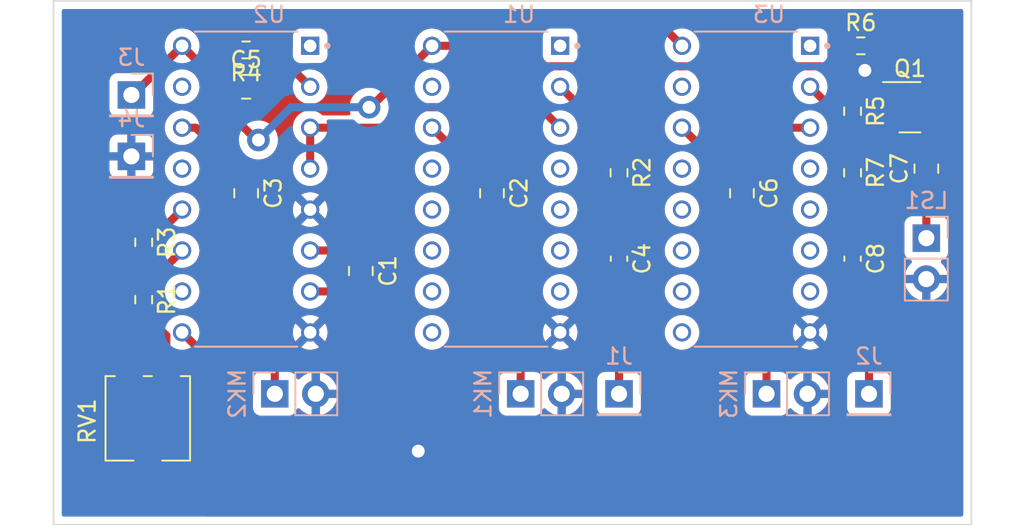
<source format=kicad_pcb>
(kicad_pcb (version 20211014) (generator pcbnew)
  (layers (0 "F.Cu" signal) (31 "B.Cu" signal) (34 "B.Paste" user) (35 "F.Paste" user) (36 "B.SilkS" user "B.Silkscreen") (37 "F.SilkS" user "F.Silkscreen") (38 "B.Mask" user) (39 "F.Mask" user) (44 "Edge.Cuts" user))
  (net 0 "")
  (net 1 "Net-(C1-Pad1)")
  (net 2 "Net-(C1-Pad2)")
  (net 3 "Net-(C2-Pad1)")
  (net 4 "Net-(C2-Pad2)")
  (net 5 "Net-(C3-Pad1)")
  (net 6 "Net-(C3-Pad2)")
  (net 7 "Net-(C4-Pad1)")
  (net 8 "GND")
  (net 9 "Net-(C5-Pad1)")
  (net 10 "Net-(C6-Pad1)")
  (net 11 "Net-(C6-Pad2)")
  (net 12 "Net-(C7-Pad1)")
  (net 13 "Net-(C7-Pad2)")
  (net 14 "Net-(C8-Pad1)")
  (net 15 "Net-(Q1-Pad2)")
  (net 16 "Net-(R1-Pad1)")
  (net 17 "Net-(R1-Pad2)")
  (net 18 "Net-(R2-Pad1)")
  (net 19 "Net-(R3-Pad1)")
  (net 20 "Net-(R4-Pad1)")
  (net 21 "Transmiter_signal")
  (net 22 "+5V")
  (net 23 "Net-(R7-Pad1)")
  (footprint "Resistor_SMD:R_0603_1608Metric" (layer "F.Cu") (at 124.714 68.072 -90)
    (fp_text reference "R7" (at 0 -1.43 90) (layer "F.SilkS"))
    (fp_text value "10k")
    (fp_line (start -0.237258 -0.5225) (end 0.237258 -0.5225) (layer "F.SilkS") (width 0.12))
    (fp_line (start -0.237258 0.5225) (end 0.237258 0.5225) (layer "F.SilkS") (width 0.12))
    (pad "1" smd roundrect (at -0.825 0 270) (size 0.8 0.95) (layers "F.Cu" "F.Paste" "F.Mask") (net 23 "Net-(R7-Pad1)"))
    (pad "2" smd roundrect (at 0.825 0 270) (size 0.8 0.95) (layers "F.Cu" "F.Paste" "F.Mask") (net 14 "Net-(C8-Pad1)"))
  )
  (footprint "Resistor_SMD:R_0603_1608Metric" (layer "F.Cu") (at 80.772 75.946 -90)
    (fp_text reference "R1" (at 0 -1.43 90) (layer "F.SilkS"))
    (fp_text value "10k")
    (fp_line (start -0.237258 -0.5225) (end 0.237258 -0.5225) (layer "F.SilkS") (width 0.12))
    (fp_line (start -0.237258 0.5225) (end 0.237258 0.5225) (layer "F.SilkS") (width 0.12))
    (pad "1" smd roundrect (at -0.825 0 270) (size 0.8 0.95) (layers "F.Cu" "F.Paste" "F.Mask") (net 16 "Net-(R1-Pad1)"))
    (pad "2" smd roundrect (at 0.825 0 270) (size 0.8 0.95) (layers "F.Cu" "F.Paste" "F.Mask") (net 17 "Net-(R1-Pad2)"))
  )
  (footprint "Capacitor_SMD:C_0805_2012Metric" (layer "F.Cu") (at 129.286 67.818 90)
    (fp_text reference "C7" (at 0 -1.68 90) (layer "F.SilkS"))
    (fp_text value "0.1u")
    (fp_line (start -0.261252 0.735) (end 0.261252 0.735) (layer "F.SilkS") (width 0.12))
    (fp_line (start -0.261252 -0.735) (end 0.261252 -0.735) (layer "F.SilkS") (width 0.12))
    (pad "1" smd roundrect (at -0.95 0 90) (size 1 1.45) (layers "F.Cu" "F.Paste" "F.Mask") (net 12 "Net-(C7-Pad1)"))
    (pad "2" smd roundrect (at 0.95 0 90) (size 1 1.45) (layers "F.Cu" "F.Paste" "F.Mask") (net 13 "Net-(C7-Pad2)"))
  )
  (footprint "Resistor_SMD:R_0603_1608Metric" (layer "F.Cu") (at 125.222 60.198)
    (fp_text reference "R6" (at 0 -1.43) (layer "F.SilkS"))
    (fp_text value "1k")
    (fp_line (start -0.237258 -0.5225) (end 0.237258 -0.5225) (layer "F.SilkS") (width 0.12))
    (fp_line (start -0.237258 0.5225) (end 0.237258 0.5225) (layer "F.SilkS") (width 0.12))
    (pad "1" smd roundrect (at -0.825 0) (size 0.8 0.95) (layers "F.Cu" "F.Paste" "F.Mask") (net 22 "+5V"))
    (pad "2" smd roundrect (at 0.825 0) (size 0.8 0.95) (layers "F.Cu" "F.Paste" "F.Mask") (net 13 "Net-(C7-Pad2)"))
  )
  (footprint "Capacitor_SMD:C_0805_2012Metric" (layer "F.Cu") (at 102.362 69.342 -90)
    (fp_text reference "C2" (at 0 -1.68 90) (layer "F.SilkS"))
    (fp_text value "0.1u")
    (fp_line (start -0.261252 0.735) (end 0.261252 0.735) (layer "F.SilkS") (width 0.12))
    (fp_line (start -0.261252 -0.735) (end 0.261252 -0.735) (layer "F.SilkS") (width 0.12))
    (pad "1" smd roundrect (at -0.95 0 270) (size 1 1.45) (layers "F.Cu" "F.Paste" "F.Mask") (net 3 "Net-(C2-Pad1)"))
    (pad "2" smd roundrect (at 0.95 0 270) (size 1 1.45) (layers "F.Cu" "F.Paste" "F.Mask") (net 4 "Net-(C2-Pad2)"))
  )
  (footprint "Capacitor_SMD:C_0805_2012Metric" (layer "F.Cu") (at 94.234 74.168 -90)
    (fp_text reference "C1" (at 0 -1.68 90) (layer "F.SilkS"))
    (fp_text value "2200p")
    (fp_line (start -0.261252 -0.735) (end 0.261252 -0.735) (layer "F.SilkS") (width 0.12))
    (fp_line (start -0.261252 0.735) (end 0.261252 0.735) (layer "F.SilkS") (width 0.12))
    (pad "1" smd roundrect (at -0.95 0 270) (size 1 1.45) (layers "F.Cu" "F.Paste" "F.Mask") (net 1 "Net-(C1-Pad1)"))
    (pad "2" smd roundrect (at 0.95 0 270) (size 1 1.45) (layers "F.Cu" "F.Paste" "F.Mask") (net 2 "Net-(C1-Pad2)"))
  )
  (footprint "Resistor_SMD:R_0603_1608Metric" (layer "F.Cu") (at 124.714 64.257 -90)
    (fp_text reference "R5" (at 0 -1.43 90) (layer "F.SilkS"))
    (fp_text value "10k")
    (fp_line (start -0.237258 0.5225) (end 0.237258 0.5225) (layer "F.SilkS") (width 0.12))
    (fp_line (start -0.237258 -0.5225) (end 0.237258 -0.5225) (layer "F.SilkS") (width 0.12))
    (pad "1" smd roundrect (at -0.825 0 270) (size 0.8 0.95) (layers "F.Cu" "F.Paste" "F.Mask") (net 21 "Transmiter_signal"))
    (pad "2" smd roundrect (at 0.825 0 270) (size 0.8 0.95) (layers "F.Cu" "F.Paste" "F.Mask") (net 15 "Net-(Q1-Pad2)"))
  )
  (footprint "Resistor_SMD:R_0603_1608Metric" (layer "F.Cu") (at 87.122 60.452 180)
    (fp_text reference "R4" (at 0 -1.43) (layer "F.SilkS"))
    (fp_text value "10k")
    (fp_line (start -0.237258 -0.5225) (end 0.237258 -0.5225) (layer "F.SilkS") (width 0.12))
    (fp_line (start -0.237258 0.5225) (end 0.237258 0.5225) (layer "F.SilkS") (width 0.12))
    (pad "1" smd roundrect (at -0.825 0 180) (size 0.8 0.95) (layers "F.Cu" "F.Paste" "F.Mask") (net 20 "Net-(R4-Pad1)"))
    (pad "2" smd roundrect (at 0.825 0 180) (size 0.8 0.95) (layers "F.Cu" "F.Paste" "F.Mask") (net 9 "Net-(C5-Pad1)"))
  )
  (footprint "Capacitor_SMD:C_0805_2012Metric" (layer "F.Cu") (at 87.122 69.342 -90)
    (fp_text reference "C3" (at 0 -1.68 90) (layer "F.SilkS"))
    (fp_text value "0.1u")
    (fp_line (start -0.261252 -0.735) (end 0.261252 -0.735) (layer "F.SilkS") (width 0.12))
    (fp_line (start -0.261252 0.735) (end 0.261252 0.735) (layer "F.SilkS") (width 0.12))
    (pad "1" smd roundrect (at -0.95 0 270) (size 1 1.45) (layers "F.Cu" "F.Paste" "F.Mask") (net 5 "Net-(C3-Pad1)"))
    (pad "2" smd roundrect (at 0.95 0 270) (size 1 1.45) (layers "F.Cu" "F.Paste" "F.Mask") (net 6 "Net-(C3-Pad2)"))
  )
  (footprint "Capacitor_SMD:C_0805_2012Metric" (layer "F.Cu") (at 117.856 69.342 -90)
    (fp_text reference "C6" (at 0 -1.68 90) (layer "F.SilkS"))
    (fp_text value "0.1u")
    (fp_line (start -0.261252 0.735) (end 0.261252 0.735) (layer "F.SilkS") (width 0.12))
    (fp_line (start -0.261252 -0.735) (end 0.261252 -0.735) (layer "F.SilkS") (width 0.12))
    (pad "1" smd roundrect (at -0.95 0 270) (size 1 1.45) (layers "F.Cu" "F.Paste" "F.Mask") (net 10 "Net-(C6-Pad1)"))
    (pad "2" smd roundrect (at 0.95 0 270) (size 1 1.45) (layers "F.Cu" "F.Paste" "F.Mask") (net 11 "Net-(C6-Pad2)"))
  )
  (footprint "Capacitor_SMD:C_0805_2012Metric" (layer "F.Cu") (at 87.122 62.738)
    (fp_text reference "C5" (at 0 -1.68) (layer "F.SilkS"))
    (fp_text value "0.1u")
    (fp_line (start -0.261252 0.735) (end 0.261252 0.735) (layer "F.SilkS") (width 0.12))
    (fp_line (start -0.261252 -0.735) (end 0.261252 -0.735) (layer "F.SilkS") (width 0.12))
    (pad "1" smd roundrect (at -0.95 0) (size 1 1.45) (layers "F.Cu" "F.Paste" "F.Mask") (net 9 "Net-(C5-Pad1)"))
    (pad "2" smd roundrect (at 0.95 0) (size 1 1.45) (layers "F.Cu" "F.Paste" "F.Mask") (net 8 "GND"))
  )
  (footprint "Capacitor_SMD:C_0603_1608Metric" (layer "F.Cu") (at 124.714 73.406 -90)
    (fp_text reference "C8" (at 0 -1.43 90) (layer "F.SilkS"))
    (fp_text value "1u")
    (fp_line (start -0.14058 0.51) (end 0.14058 0.51) (layer "F.SilkS") (width 0.12))
    (fp_line (start -0.14058 -0.51) (end 0.14058 -0.51) (layer "F.SilkS") (width 0.12))
    (pad "1" smd roundrect (at -0.775 0 270) (size 0.9 0.95) (layers "F.Cu" "F.Paste" "F.Mask") (net 14 "Net-(C8-Pad1)"))
    (pad "2" smd roundrect (at 0.775 0 270) (size 0.9 0.95) (layers "F.Cu" "F.Paste" "F.Mask") (net 8 "GND"))
  )
  (footprint "Resistor_SMD:R_0603_1608Metric" (layer "F.Cu") (at 110.236 68.072 -90)
    (fp_text reference "R2" (at 0 -1.43 90) (layer "F.SilkS"))
    (fp_text value "10k")
    (fp_line (start -0.237258 -0.5225) (end 0.237258 -0.5225) (layer "F.SilkS") (width 0.12))
    (fp_line (start -0.237258 0.5225) (end 0.237258 0.5225) (layer "F.SilkS") (width 0.12))
    (pad "1" smd roundrect (at -0.825 0 270) (size 0.8 0.95) (layers "F.Cu" "F.Paste" "F.Mask") (net 18 "Net-(R2-Pad1)"))
    (pad "2" smd roundrect (at 0.825 0 270) (size 0.8 0.95) (layers "F.Cu" "F.Paste" "F.Mask") (net 7 "Net-(C4-Pad1)"))
  )
  (footprint "Potentiometer_SMD:Potentiometer_Vishay_TS53YL_Vertical" (layer "F.Cu") (at 81.026 83.312 90)
    (fp_text reference "RV1" (at -0.175 -3.75 90) (layer "F.SilkS"))
    (fp_text value "R_Potentiometer")
    (fp_line (start -2.62 -2.62) (end -2.62 -0.89) (layer "F.SilkS") (width 0.12))
    (fp_line (start 2.62 2.04) (end 2.62 2.62) (layer "F.SilkS") (width 0.12))
    (fp_line (start -2.62 0.89) (end -2.62 2.62) (layer "F.SilkS") (width 0.12))
    (fp_line (start -2.62 -2.62) (end 2.62 -2.62) (layer "F.SilkS") (width 0.12))
    (fp_line (start 2.62 -0.26) (end 2.62 0.26) (layer "F.SilkS") (width 0.12))
    (fp_line (start 2.62 -2.62) (end 2.62 -2.039) (layer "F.SilkS") (width 0.12))
    (fp_line (start -2.62 2.62) (end 2.62 2.62) (layer "F.SilkS") (width 0.12))
    (pad "1" smd rect (at 2.75 -1.15 90) (size 1.3 1.3) (layers "F.Cu" "F.Paste" "F.Mask"))
    (pad "2" smd rect (at -2.75 0 90) (size 2 1.3) (layers "F.Cu" "F.Paste" "F.Mask") (net 8 "GND"))
    (pad "3" smd rect (at 2.75 1.15 90) (size 1.3 1.3) (layers "F.Cu" "F.Paste" "F.Mask") (net 17 "Net-(R1-Pad2)"))
  )
  (footprint "Package_TO_SOT_SMD:SOT-23" (layer "F.Cu") (at 128.27 64.008)
    (fp_text reference "Q1" (at 0 -2.4) (layer "F.SilkS"))
    (fp_text value "2N2219")
    (fp_line (start 0 1.56) (end -0.65 1.56) (layer "F.SilkS") (width 0.12))
    (fp_line (start 0 1.56) (end 0.65 1.56) (layer "F.SilkS") (width 0.12))
    (fp_line (start 0 -1.56) (end -1.675 -1.56) (layer "F.SilkS") (width 0.12))
    (fp_line (start 0 -1.56) (end 0.65 -1.56) (layer "F.SilkS") (width 0.12))
    (pad "1" smd roundrect (at -0.9375 -0.95) (size 1.475 0.6) (layers "F.Cu" "F.Paste" "F.Mask") (net 8 "GND"))
    (pad "2" smd roundrect (at -0.9375 0.95) (size 1.475 0.6) (layers "F.Cu" "F.Paste" "F.Mask") (net 15 "Net-(Q1-Pad2)"))
    (pad "3" smd roundrect (at 0.9375 0) (size 1.475 0.6) (layers "F.Cu" "F.Paste" "F.Mask") (net 13 "Net-(C7-Pad2)"))
  )
  (footprint "Resistor_SMD:R_0603_1608Metric" (layer "F.Cu") (at 80.772 72.39 -90)
    (fp_text reference "R3" (at 0 -1.43 90) (layer "F.SilkS"))
    (fp_text value "10M")
    (fp_line (start -0.237258 -0.5225) (end 0.237258 -0.5225) (layer "F.SilkS") (width 0.12))
    (fp_line (start -0.237258 0.5225) (end 0.237258 0.5225) (layer "F.SilkS") (width 0.12))
    (pad "1" smd roundrect (at -0.825 0 270) (size 0.8 0.95) (layers "F.Cu" "F.Paste" "F.Mask") (net 19 "Net-(R3-Pad1)"))
    (pad "2" smd roundrect (at 0.825 0 270) (size 0.8 0.95) (layers "F.Cu" "F.Paste" "F.Mask") (net 8 "GND"))
  )
  (footprint "Capacitor_SMD:C_0603_1608Metric" (layer "F.Cu") (at 110.236 73.406 -90)
    (fp_text reference "C4" (at 0 -1.43 90) (layer "F.SilkS"))
    (fp_text value "1u")
    (fp_line (start -0.14058 0.51) (end 0.14058 0.51) (layer "F.SilkS") (width 0.12))
    (fp_line (start -0.14058 -0.51) (end 0.14058 -0.51) (layer "F.SilkS") (width 0.12))
    (pad "1" smd roundrect (at -0.775 0 270) (size 0.9 0.95) (layers "F.Cu" "F.Paste" "F.Mask") (net 7 "Net-(C4-Pad1)"))
    (pad "2" smd roundrect (at 0.775 0 270) (size 0.9 0.95) (layers "F.Cu" "F.Paste" "F.Mask") (net 8 "GND"))
  )
  (footprint "Connector_PinHeader_2.54mm:PinHeader_1x02_P2.54mm_Vertical" (layer "B.Cu") (at 104.14 81.788 -90)
    (fp_text reference "MK1" (at 0 2.33 90) (layer "B.SilkS") (effects (justify mirror)))
    (fp_text value "Microphone_Crystal")
    (fp_line (start -1.33 -1.27) (end -1.33 -3.87) (layer "B.SilkS") (width 0.12))
    (fp_line (start -1.33 0) (end -1.33 1.33) (layer "B.SilkS") (width 0.12))
    (fp_line (start 1.33 -1.27) (end 1.33 -3.87) (layer "B.SilkS") (width 0.12))
    (fp_line (start -1.33 -1.27) (end 1.33 -1.27) (layer "B.SilkS") (width 0.12))
    (fp_line (start -1.33 -3.87) (end 1.33 -3.87) (layer "B.SilkS") (width 0.12))
    (fp_line (start -1.33 1.33) (end 0 1.33) (layer "B.SilkS") (width 0.12))
    (pad "1" thru_hole rect (at 0 0 270) (size 1.7 1.7) (drill 1) (layers *.Cu *.Mask) (net 4 "Net-(C2-Pad2)"))
    (pad "2" thru_hole oval (at 0 -2.54 270) (size 1.7 1.7) (drill 1) (layers *.Cu *.Mask) (net 8 "GND"))
  )
  (footprint "FootPrint:DIP794W45P254L1969H508Q16" (layer "B.Cu") (at 102.616 69.088 180)
    (fp_text reference "U1" (at -1.425 10.835) (layer "B.SilkS") (effects (justify mirror)))
    (fp_text value "CD4046BE")
    (fp_line (start -3.175 9.775) (end 3.175 9.775) (layer "B.SilkS") (width 0.127))
    (fp_line (start -3.175 -9.775) (end 3.175 -9.775) (layer "B.SilkS") (width 0.127))
    (fp_circle (center -5.035 8.89) (end -4.935 8.89) (layer "B.SilkS") (width 0.2) (fill none))
    (pad "1" thru_hole rect locked (at -3.97 8.89 180) (size 1.13 1.13) (drill 0.78) (layers *.Cu *.Mask))
    (pad "2" thru_hole circle locked (at -3.97 6.35 180) (size 1.13 1.13) (drill 0.78) (layers *.Cu *.Mask) (net 18 "Net-(R2-Pad1)"))
    (pad "3" thru_hole circle locked (at -3.97 3.81 180) (size 1.13 1.13) (drill 0.78) (layers *.Cu *.Mask) (net 21 "Transmiter_signal"))
    (pad "4" thru_hole circle locked (at -3.97 1.27 180) (size 1.13 1.13) (drill 0.78) (layers *.Cu *.Mask))
    (pad "5" thru_hole circle locked (at -3.97 -1.27 180) (size 1.13 1.13) (drill 0.78) (layers *.Cu *.Mask))
    (pad "6" thru_hole circle locked (at -3.97 -3.81 180) (size 1.13 1.13) (drill 0.78) (layers *.Cu *.Mask))
    (pad "7" thru_hole circle locked (at -3.97 -6.35 180) (size 1.13 1.13) (drill 0.78) (layers *.Cu *.Mask))
    (pad "8" thru_hole circle locked (at -3.97 -8.89 180) (size 1.13 1.13) (drill 0.78) (layers *.Cu *.Mask) (net 8 "GND"))
    (pad "9" thru_hole circle locked (at 3.97 -8.89 180) (size 1.13 1.13) (drill 0.78) (layers *.Cu *.Mask))
    (pad "10" thru_hole circle locked (at 3.97 -6.35 180) (size 1.13 1.13) (drill 0.78) (layers *.Cu *.Mask))
    (pad "11" thru_hole circle locked (at 3.97 -3.81 180) (size 1.13 1.13) (drill 0.78) (layers *.Cu *.Mask))
    (pad "12" thru_hole circle locked (at 3.97 -1.27 180) (size 1.13 1.13) (drill 0.78) (layers *.Cu *.Mask))
    (pad "13" thru_hole circle locked (at 3.97 1.27 180) (size 1.13 1.13) (drill 0.78) (layers *.Cu *.Mask))
    (pad "14" thru_hole circle locked (at 3.97 3.81 180) (size 1.13 1.13) (drill 0.78) (layers *.Cu *.Mask) (net 3 "Net-(C2-Pad1)"))
    (pad "15" thru_hole circle locked (at 3.97 6.35 180) (size 1.13 1.13) (drill 0.78) (layers *.Cu *.Mask))
    (pad "16" thru_hole circle locked (at 3.97 8.89 180) (size 1.13 1.13) (drill 0.78) (layers *.Cu *.Mask) (net 22 "+5V"))
  )
  (footprint "Connector_PinHeader_2.54mm:PinHeader_1x02_P2.54mm_Vertical" (layer "B.Cu") (at 129.286 72.131 180)
    (fp_text reference "LS1" (at 0 2.33) (layer "B.SilkS") (effects (justify mirror)))
    (fp_text value "Speaker_Crystal")
    (fp_line (start -1.33 -1.27) (end 1.33 -1.27) (layer "B.SilkS") (width 0.12))
    (fp_line (start -1.33 0) (end -1.33 1.33) (layer "B.SilkS") (width 0.12))
    (fp_line (start 1.33 -1.27) (end 1.33 -3.87) (layer "B.SilkS") (width 0.12))
    (fp_line (start -1.33 -1.27) (end -1.33 -3.87) (layer "B.SilkS") (width 0.12))
    (fp_line (start -1.33 -3.87) (end 1.33 -3.87) (layer "B.SilkS") (width 0.12))
    (fp_line (start -1.33 1.33) (end 0 1.33) (layer "B.SilkS") (width 0.12))
    (pad "1" thru_hole rect (at 0 0 180) (size 1.7 1.7) (drill 1) (layers *.Cu *.Mask) (net 12 "Net-(C7-Pad1)"))
    (pad "2" thru_hole oval (at 0 -2.54 180) (size 1.7 1.7) (drill 1) (layers *.Cu *.Mask) (net 8 "GND"))
  )
  (footprint "Connector_PinHeader_2.54mm:PinHeader_1x01_P2.54mm_Vertical" (layer "B.Cu") (at 80.01 67.056 180)
    (fp_text reference "J4" (at 0 2.33) (layer "B.SilkS") (effects (justify mirror)))
    (fp_text value "Conn_01x01_Male")
    (fp_line (start -1.33 -1.27) (end 1.33 -1.27) (layer "B.SilkS") (width 0.12))
    (fp_line (start 1.33 -1.27) (end 1.33 -1.33) (layer "B.SilkS") (width 0.12))
    (fp_line (start -1.33 1.33) (end 0 1.33) (layer "B.SilkS") (width 0.12))
    (fp_line (start -1.33 -1.27) (end -1.33 -1.33) (layer "B.SilkS") (width 0.12))
    (fp_line (start -1.33 -1.33) (end 1.33 -1.33) (layer "B.SilkS") (width 0.12))
    (fp_line (start -1.33 0) (end -1.33 1.33) (layer "B.SilkS") (width 0.12))
    (pad "1" thru_hole rect (at 0 0 180) (size 1.7 1.7) (drill 1) (layers *.Cu *.Mask) (net 8 "GND"))
  )
  (footprint "Connector_PinHeader_2.54mm:PinHeader_1x01_P2.54mm_Vertical" (layer "B.Cu") (at 125.73 81.788 180)
    (fp_text reference "J2" (at 0 2.33) (layer "B.SilkS") (effects (justify mirror)))
    (fp_text value "Conn_01x01_Male")
    (fp_line (start -1.33 -1.33) (end 1.33 -1.33) (layer "B.SilkS") (width 0.12))
    (fp_line (start -1.33 0) (end -1.33 1.33) (layer "B.SilkS") (width 0.12))
    (fp_line (start -1.33 -1.27) (end 1.33 -1.27) (layer "B.SilkS") (width 0.12))
    (fp_line (start -1.33 -1.27) (end -1.33 -1.33) (layer "B.SilkS") (width 0.12))
    (fp_line (start -1.33 1.33) (end 0 1.33) (layer "B.SilkS") (width 0.12))
    (fp_line (start 1.33 -1.27) (end 1.33 -1.33) (layer "B.SilkS") (width 0.12))
    (pad "1" thru_hole rect (at 0 0 180) (size 1.7 1.7) (drill 1) (layers *.Cu *.Mask) (net 14 "Net-(C8-Pad1)"))
  )
  (footprint "Connector_PinHeader_2.54mm:PinHeader_1x01_P2.54mm_Vertical" (layer "B.Cu") (at 110.236 81.788 180)
    (fp_text reference "J1" (at 0 2.33) (layer "B.SilkS") (effects (justify mirror)))
    (fp_text value "Conn_01x01_Male")
    (fp_line (start -1.33 0) (end -1.33 1.33) (layer "B.SilkS") (width 0.12))
    (fp_line (start -1.33 -1.27) (end 1.33 -1.27) (layer "B.SilkS") (width 0.12))
    (fp_line (start -1.33 1.33) (end 0 1.33) (layer "B.SilkS") (width 0.12))
    (fp_line (start 1.33 -1.27) (end 1.33 -1.33) (layer "B.SilkS") (width 0.12))
    (fp_line (start -1.33 -1.27) (end -1.33 -1.33) (layer "B.SilkS") (width 0.12))
    (fp_line (start -1.33 -1.33) (end 1.33 -1.33) (layer "B.SilkS") (width 0.12))
    (pad "1" thru_hole rect (at 0 0 180) (size 1.7 1.7) (drill 1) (layers *.Cu *.Mask) (net 7 "Net-(C4-Pad1)"))
  )
  (footprint "FootPrint:DIP794W45P254L1969H508Q16" (layer "B.Cu") (at 87.122 69.088 180)
    (fp_text reference "U2" (at -1.425 10.835) (layer "B.SilkS") (effects (justify mirror)))
    (fp_text value "CD4046BE")
    (fp_line (start -3.175 -9.775) (end 3.175 -9.775) (layer "B.SilkS") (width 0.127))
    (fp_line (start -3.175 9.775) (end 3.175 9.775) (layer "B.SilkS") (width 0.127))
    (fp_circle (center -5.035 8.89) (end -4.935 8.89) (layer "B.SilkS") (width 0.2) (fill none))
    (pad "1" thru_hole rect locked (at -3.97 8.89 180) (size 1.13 1.13) (drill 0.78) (layers *.Cu *.Mask))
    (pad "2" thru_hole circle locked (at -3.97 6.35 180) (size 1.13 1.13) (drill 0.78) (layers *.Cu *.Mask) (net 20 "Net-(R4-Pad1)"))
    (pad "3" thru_hole circle locked (at -3.97 3.81 180) (size 1.13 1.13) (drill 0.78) (layers *.Cu *.Mask) (net 21 "Transmiter_signal"))
    (pad "4" thru_hole circle locked (at -3.97 1.27 180) (size 1.13 1.13) (drill 0.78) (layers *.Cu *.Mask) (net 21 "Transmiter_signal"))
    (pad "5" thru_hole circle locked (at -3.97 -1.27 180) (size 1.13 1.13) (drill 0.78) (layers *.Cu *.Mask) (net 8 "GND"))
    (pad "6" thru_hole circle locked (at -3.97 -3.81 180) (size 1.13 1.13) (drill 0.78) (layers *.Cu *.Mask) (net 1 "Net-(C1-Pad1)"))
    (pad "7" thru_hole circle locked (at -3.97 -6.35 180) (size 1.13 1.13) (drill 0.78) (layers *.Cu *.Mask) (net 2 "Net-(C1-Pad2)"))
    (pad "8" thru_hole circle locked (at -3.97 -8.89 180) (size 1.13 1.13) (drill 0.78) (layers *.Cu *.Mask) (net 8 "GND"))
    (pad "9" thru_hole circle locked (at 3.97 -8.89 180) (size 1.13 1.13) (drill 0.78) (layers *.Cu *.Mask) (net 9 "Net-(C5-Pad1)"))
    (pad "10" thru_hole circle locked (at 3.97 -6.35 180) (size 1.13 1.13) (drill 0.78) (layers *.Cu *.Mask))
    (pad "11" thru_hole circle locked (at 3.97 -3.81 180) (size 1.13 1.13) (drill 0.78) (layers *.Cu *.Mask) (net 16 "Net-(R1-Pad1)"))
    (pad "12" thru_hole circle locked (at 3.97 -1.27 180) (size 1.13 1.13) (drill 0.78) (layers *.Cu *.Mask) (net 19 "Net-(R3-Pad1)"))
    (pad "13" thru_hole circle locked (at 3.97 1.27 180) (size 1.13 1.13) (drill 0.78) (layers *.Cu *.Mask))
    (pad "14" thru_hole circle locked (at 3.97 3.81 180) (size 1.13 1.13) (drill 0.78) (layers *.Cu *.Mask) (net 5 "Net-(C3-Pad1)"))
    (pad "15" thru_hole circle locked (at 3.97 6.35 180) (size 1.13 1.13) (drill 0.78) (layers *.Cu *.Mask))
    (pad "16" thru_hole circle locked (at 3.97 8.89 180) (size 1.13 1.13) (drill 0.78) (layers *.Cu *.Mask) (net 22 "+5V"))
  )
  (footprint "Connector_PinHeader_2.54mm:PinHeader_1x02_P2.54mm_Vertical" (layer "B.Cu") (at 88.9 81.788 -90)
    (fp_text reference "MK2" (at 0 2.33 90) (layer "B.SilkS") (effects (justify mirror)))
    (fp_text value "Microphone_Crystal")
    (fp_line (start -1.33 -1.27) (end -1.33 -3.87) (layer "B.SilkS") (width 0.12))
    (fp_line (start -1.33 -3.87) (end 1.33 -3.87) (layer "B.SilkS") (width 0.12))
    (fp_line (start 1.33 -1.27) (end 1.33 -3.87) (layer "B.SilkS") (width 0.12))
    (fp_line (start -1.33 -1.27) (end 1.33 -1.27) (layer "B.SilkS") (width 0.12))
    (fp_line (start -1.33 1.33) (end 0 1.33) (layer "B.SilkS") (width 0.12))
    (fp_line (start -1.33 0) (end -1.33 1.33) (layer "B.SilkS") (width 0.12))
    (pad "1" thru_hole rect (at 0 0 270) (size 1.7 1.7) (drill 1) (layers *.Cu *.Mask) (net 6 "Net-(C3-Pad2)"))
    (pad "2" thru_hole oval (at 0 -2.54 270) (size 1.7 1.7) (drill 1) (layers *.Cu *.Mask) (net 8 "GND"))
  )
  (footprint "Connector_PinHeader_2.54mm:PinHeader_1x02_P2.54mm_Vertical" (layer "B.Cu") (at 119.38 81.788 -90)
    (fp_text reference "MK3" (at 0 2.33 90) (layer "B.SilkS") (effects (justify mirror)))
    (fp_text value "Microphone_Crystal")
    (fp_line (start -1.33 1.33) (end 0 1.33) (layer "B.SilkS") (width 0.12))
    (fp_line (start -1.33 -1.27) (end 1.33 -1.27) (layer "B.SilkS") (width 0.12))
    (fp_line (start 1.33 -1.27) (end 1.33 -3.87) (layer "B.SilkS") (width 0.12))
    (fp_line (start -1.33 0) (end -1.33 1.33) (layer "B.SilkS") (width 0.12))
    (fp_line (start -1.33 -3.87) (end 1.33 -3.87) (layer "B.SilkS") (width 0.12))
    (fp_line (start -1.33 -1.27) (end -1.33 -3.87) (layer "B.SilkS") (width 0.12))
    (pad "1" thru_hole rect (at 0 0 270) (size 1.7 1.7) (drill 1) (layers *.Cu *.Mask) (net 11 "Net-(C6-Pad2)"))
    (pad "2" thru_hole oval (at 0 -2.54 270) (size 1.7 1.7) (drill 1) (layers *.Cu *.Mask) (net 8 "GND"))
  )
  (footprint "FootPrint:DIP794W45P254L1969H508Q16" (layer "B.Cu") (at 118.11 69.088 180)
    (fp_text reference "U3" (at -1.425 10.835) (layer "B.SilkS") (effects (justify mirror)))
    (fp_text value "CD4046BE")
    (fp_line (start -3.175 9.775) (end 3.175 9.775) (layer "B.SilkS") (width 0.127))
    (fp_line (start -3.175 -9.775) (end 3.175 -9.775) (layer "B.SilkS") (width 0.127))
    (fp_circle (center -5.035 8.89) (end -4.935 8.89) (layer "B.SilkS") (width 0.2) (fill none))
    (pad "1" thru_hole rect locked (at -3.97 8.89 180) (size 1.13 1.13) (drill 0.78) (layers *.Cu *.Mask))
    (pad "2" thru_hole circle locked (at -3.97 6.35 180) (size 1.13 1.13) (drill 0.78) (layers *.Cu *.Mask) (net 23 "Net-(R7-Pad1)"))
    (pad "3" thru_hole circle locked (at -3.97 3.81 180) (size 1.13 1.13) (drill 0.78) (layers *.Cu *.Mask) (net 21 "Transmiter_signal"))
    (pad "4" thru_hole circle locked (at -3.97 1.27 180) (size 1.13 1.13) (drill 0.78) (layers *.Cu *.Mask))
    (pad "5" thru_hole circle locked (at -3.97 -1.27 180) (size 1.13 1.13) (drill 0.78) (layers *.Cu *.Mask))
    (pad "6" thru_hole circle locked (at -3.97 -3.81 180) (size 1.13 1.13) (drill 0.78) (layers *.Cu *.Mask))
    (pad "7" thru_hole circle locked (at -3.97 -6.35 180) (size 1.13 1.13) (drill 0.78) (layers *.Cu *.Mask))
    (pad "8" thru_hole circle locked (at -3.97 -8.89 180) (size 1.13 1.13) (drill 0.78) (layers *.Cu *.Mask) (net 8 "GND"))
    (pad "9" thru_hole circle locked (at 3.97 -8.89 180) (size 1.13 1.13) (drill 0.78) (layers *.Cu *.Mask))
    (pad "10" thru_hole circle locked (at 3.97 -6.35 180) (size 1.13 1.13) (drill 0.78) (layers *.Cu *.Mask))
    (pad "11" thru_hole circle locked (at 3.97 -3.81 180) (size 1.13 1.13) (drill 0.78) (layers *.Cu *.Mask))
    (pad "12" thru_hole circle locked (at 3.97 -1.27 180) (size 1.13 1.13) (drill 0.78) (layers *.Cu *.Mask))
    (pad "13" thru_hole circle locked (at 3.97 1.27 180) (size 1.13 1.13) (drill 0.78) (layers *.Cu *.Mask))
    (pad "14" thru_hole circle locked (at 3.97 3.81 180) (size 1.13 1.13) (drill 0.78) (layers *.Cu *.Mask) (net 10 "Net-(C6-Pad1)"))
    (pad "15" thru_hole circle locked (at 3.97 6.35 180) (size 1.13 1.13) (drill 0.78) (layers *.Cu *.Mask))
    (pad "16" thru_hole circle locked (at 3.97 8.89 180) (size 1.13 1.13) (drill 0.78) (layers *.Cu *.Mask) (net 22 "+5V"))
  )
  (footprint "Connector_PinHeader_2.54mm:PinHeader_1x01_P2.54mm_Vertical" (layer "B.Cu") (at 80.01 63.246 180)
    (fp_text reference "J3" (at 0 2.33) (layer "B.SilkS") (effects (justify mirror)))
    (fp_text value "Conn_01x01_Male")
    (fp_line (start -1.33 -1.27) (end -1.33 -1.33) (layer "B.SilkS") (width 0.12))
    (fp_line (start -1.33 -1.27) (end 1.33 -1.27) (layer "B.SilkS") (width 0.12))
    (fp_line (start -1.33 0) (end -1.33 1.33) (layer "B.SilkS") (width 0.12))
    (fp_line (start -1.33 1.33) (end 0 1.33) (layer "B.SilkS") (width 0.12))
    (fp_line (start -1.33 -1.33) (end 1.33 -1.33) (layer "B.SilkS") (width 0.12))
    (fp_line (start 1.33 -1.27) (end 1.33 -1.33) (layer "B.SilkS") (width 0.12))
    (pad "1" thru_hole rect (at 0 0 180) (size 1.7 1.7) (drill 1) (layers *.Cu *.Mask) (net 22 "+5V"))
  )
  (gr_rect (start 75.184 57.404) (end 132.08 89.916) (layer "Edge.Cuts") (width 0.1) (fill none))
  (segment (start 93.914 72.898) (end 94.234 73.218) (width 0.5) (layer "F.Cu") (net 1))
  (segment (start 91.092 72.898) (end 93.914 72.898) (width 0.5) (layer "F.Cu") (net 1))
  (segment (start 91.092 75.438) (end 93.914 75.438) (width 0.5) (layer "F.Cu") (net 2))
  (segment (start 93.914 75.438) (end 94.234 75.118) (width 0.5) (layer "F.Cu") (net 2))
  (segment (start 98.646 65.278) (end 101.76 68.392) (width 0.5) (layer "F.Cu") (net 3))
  (segment (start 101.76 68.392) (end 102.362 68.392) (width 0.5) (layer "F.Cu") (net 3))
  (segment (start 102.362 70.292) (end 104.14 72.07) (width 0.5) (layer "F.Cu") (net 4))
  (segment (start 104.14 72.07) (end 104.14 81.788) (width 0.5) (layer "F.Cu") (net 4))
  (segment (start 84.008 65.278) (end 87.122 68.392) (width 0.5) (layer "F.Cu") (net 5))
  (segment (start 83.152 65.278) (end 84.008 65.278) (width 0.5) (layer "F.Cu") (net 5))
  (segment (start 87.122 70.292) (end 88.9 72.07) (width 0.5) (layer "F.Cu") (net 6))
  (segment (start 88.9 72.07) (end 88.9 81.788) (width 0.5) (layer "F.Cu") (net 6))
  (segment (start 112.014 74.409) (end 112.014 78.232) (width 0.5) (layer "F.Cu") (net 7))
  (segment (start 110.236 72.631) (end 112.014 74.409) (width 0.5) (layer "F.Cu") (net 7))
  (segment (start 110.236 68.897) (end 110.236 72.631) (width 0.5) (layer "F.Cu") (net 7))
  (segment (start 112.014 78.232) (end 110.236 80.01) (width 0.5) (layer "F.Cu") (net 7))
  (segment (start 110.236 80.01) (end 110.236 81.788) (width 0.5) (layer "F.Cu") (net 7))
  (via (at 125.476 61.722) (size 1.4) (drill 0.8) (layers "F.Cu" "B.Cu") (net 8))
  (via (at 97.79 85.344) (size 1.4) (drill 0.8) (layers "F.Cu" "B.Cu") (net 8))
  (segment (start 84.265 58.42) (end 78.74 58.42) (width 0.5) (layer "F.Cu") (net 9))
  (segment (start 86.36 86.36) (end 86.36 81.186) (width 0.5) (layer "F.Cu") (net 9))
  (segment (start 86.172 60.577) (end 86.297 60.452) (width 0.5) (layer "F.Cu") (net 9))
  (segment (start 76.2 60.96) (end 76.2 86.36) (width 0.5) (layer "F.Cu") (net 9))
  (segment (start 78.74 88.9) (end 83.82 88.9) (width 0.5) (layer "F.Cu") (net 9))
  (segment (start 76.2 86.36) (end 78.74 88.9) (width 0.5) (layer "F.Cu") (net 9))
  (segment (start 83.82 88.9) (end 86.36 86.36) (width 0.5) (layer "F.Cu") (net 9))
  (segment (start 86.36 81.186) (end 83.152 77.978) (width 0.5) (layer "F.Cu") (net 9))
  (segment (start 78.74 58.42) (end 76.2 60.96) (width 0.5) (layer "F.Cu") (net 9))
  (segment (start 84.265 58.42) (end 86.297 60.452) (width 0.5) (layer "F.Cu") (net 9))
  (segment (start 86.172 62.738) (end 86.172 60.577) (width 0.5) (layer "F.Cu") (net 9))
  (segment (start 114.14 65.278) (end 117.254 68.392) (width 0.5) (layer "F.Cu") (net 10))
  (segment (start 117.254 68.392) (end 117.856 68.392) (width 0.5) (layer "F.Cu") (net 10))
  (segment (start 119.38 71.816) (end 117.856 70.292) (width 0.5) (layer "F.Cu") (net 11))
  (segment (start 119.38 81.788) (end 119.38 71.816) (width 0.5) (layer "F.Cu") (net 11))
  (segment (start 129.286 68.768) (end 129.286 72.131) (width 0.5) (layer "F.Cu") (net 12))
  (segment (start 129.2075 64.008) (end 129.2075 63.3585) (width 0.5) (layer "F.Cu") (net 13))
  (segment (start 129.286 66.868) (end 129.286 64.0865) (width 0.5) (layer "F.Cu") (net 13))
  (segment (start 129.286 64.0865) (end 129.2075 64.008) (width 0.5) (layer "F.Cu") (net 13))
  (segment (start 129.2075 63.3585) (end 126.047 60.198) (width 0.5) (layer "F.Cu") (net 13))
  (segment (start 124.714 72.631) (end 124.714 68.897) (width 0.5) (layer "F.Cu") (net 14))
  (segment (start 126.238 74.676) (end 125.73 75.184) (width 0.5) (layer "F.Cu") (net 14))
  (segment (start 124.714 72.631) (end 124.727 72.644) (width 0.5) (layer "F.Cu") (net 14))
  (segment (start 124.727 72.644) (end 125.73 72.644) (width 0.5) (layer "F.Cu") (net 14))
  (segment (start 125.73 72.644) (end 126.238 73.152) (width 0.5) (layer "F.Cu") (net 14))
  (segment (start 126.238 73.152) (end 126.238 74.676) (width 0.5) (layer "F.Cu") (net 14))
  (segment (start 125.73 75.184) (end 125.73 81.788) (width 0.5) (layer "F.Cu") (net 14))
  (segment (start 127.2085 65.082) (end 127.3325 64.958) (width 0.5) (layer "F.Cu") (net 15))
  (segment (start 124.714 65.082) (end 127.2085 65.082) (width 0.5) (layer "F.Cu") (net 15))
  (segment (start 80.929 75.121) (end 83.152 72.898) (width 0.5) (layer "F.Cu") (net 16))
  (segment (start 80.772 75.121) (end 80.929 75.121) (width 0.5) (layer "F.Cu") (net 16))
  (segment (start 82.176 78.175) (end 82.176 80.562) (width 0.5) (layer "F.Cu") (net 17))
  (segment (start 80.772 76.771) (end 82.176 78.175) (width 0.5) (layer "F.Cu") (net 17))
  (segment (start 106.586 62.738) (end 110.236 66.388) (width 0.5) (layer "F.Cu") (net 18))
  (segment (start 110.236 66.388) (end 110.236 67.247) (width 0.5) (layer "F.Cu") (net 18))
  (segment (start 80.772 71.565) (end 81.945 71.565) (width 0.5) (layer "F.Cu") (net 19))
  (segment (start 81.945 71.565) (end 83.152 70.358) (width 0.5) (layer "F.Cu") (net 19))
  (segment (start 88.806 60.452) (end 91.092 62.738) (width 0.5) (layer "F.Cu") (net 20))
  (segment (start 87.947 60.452) (end 88.806 60.452) (width 0.5) (layer "F.Cu") (net 20))
  (segment (start 95.758 65.278) (end 97.028 64.008) (width 0.5) (layer "F.Cu") (net 21))
  (segment (start 116.84 61.468) (end 122.75 61.468) (width 0.5) (layer "F.Cu") (net 21))
  (segment (start 105.316 64.008) (end 106.586 65.278) (width 0.5) (layer "F.Cu") (net 21))
  (segment (start 97.028 64.008) (end 102.616 64.008) (width 0.5) (layer "F.Cu") (net 21))
  (segment (start 116.84 61.468) (end 120.65 65.278) (width 0.5) (layer "F.Cu") (net 21))
  (segment (start 91.092 65.278) (end 91.092 67.818) (width 0.5) (layer "F.Cu") (net 21))
  (segment (start 122.75 61.468) (end 124.714 63.432) (width 0.5) (layer "F.Cu") (net 21))
  (segment (start 91.092 65.278) (end 95.758 65.278) (width 0.5) (layer "F.Cu") (net 21))
  (segment (start 102.616 64.008) (end 105.156 61.468) (width 0.5) (layer "F.Cu") (net 21))
  (segment (start 102.616 64.008) (end 105.316 64.008) (width 0.5) (layer "F.Cu") (net 21))
  (segment (start 120.65 65.278) (end 122.08 65.278) (width 0.5) (layer "F.Cu") (net 21))
  (segment (start 105.156 61.468) (end 116.84 61.468) (width 0.5) (layer "F.Cu") (net 21))
  (segment (start 87.759051 66.04) (end 84.582 62.862949) (width 0.5) (layer "F.Cu") (net 22))
  (segment (start 104.648 58.674) (end 112.616 58.674) (width 0.5) (layer "F.Cu") (net 22))
  (segment (start 80.01 63.246) (end 80.104 63.246) (width 0.5) (layer "F.Cu") (net 22))
  (segment (start 112.616 58.674) (end 114.14 60.198) (width 0.5) (layer "F.Cu") (net 22))
  (segment (start 94.836 64.008) (end 98.646 60.198) (width 0.5) (layer "F.Cu") (net 22))
  (segment (start 80.104 63.246) (end 83.152 60.198) (width 0.5) (layer "F.Cu") (net 22))
  (segment (start 98.646 60.198) (end 103.124 60.198) (width 0.5) (layer "F.Cu") (net 22))
  (segment (start 103.124 60.198) (end 104.648 58.674) (width 0.5) (layer "F.Cu") (net 22))
  (segment (start 112.616 58.674) (end 122.873 58.674) (width 0.5) (layer "F.Cu") (net 22))
  (segment (start 84.582 61.628) (end 83.152 60.198) (width 0.5) (layer "F.Cu") (net 22))
  (segment (start 87.884 66.04) (end 87.759051 66.04) (width 0.5) (layer "F.Cu") (net 22))
  (segment (start 122.873 58.674) (end 124.397 60.198) (width 0.5) (layer "F.Cu") (net 22))
  (segment (start 84.582 62.862949) (end 84.582 61.628) (width 0.5) (layer "F.Cu") (net 22))
  (via (at 94.742 64.008) (size 1.4) (drill 0.8) (layers "F.Cu" "B.Cu") (net 22))
  (via (at 87.884 66.04) (size 1.4) (drill 0.8) (layers "F.Cu" "B.Cu") (net 22))
  (segment (start 87.884 66.04) (end 89.916 64.008) (width 0.5) (layer "B.Cu") (net 22))
  (segment (start 89.916 64.008) (end 94.742 64.008) (width 0.5) (layer "B.Cu") (net 22))
  (segment (start 123.444 65.977) (end 124.714 67.247) (width 0.5) (layer "F.Cu") (net 23))
  (segment (start 122.08 62.738) (end 123.444 64.102) (width 0.5) (layer "F.Cu") (net 23))
  (segment (start 123.444 64.102) (end 123.444 65.977) (width 0.5) (layer "F.Cu") (net 23))
  (zone (net 8) (net_name "GND") (layer "F.Cu") (connect_pads (clearance 0.508)) (min_thickness 0.254) (fill yes (thermal_gap 0.508) (thermal_bridge_width 0.508))
    (polygon (pts (xy 132.08 89.916) (xy 75.184 89.916) (xy 75.184 57.404) (xy 132.08 57.404)))
  )
  (zone (net 8) (net_name "GND") (layer "B.Cu") (connect_pads (clearance 0.508)) (min_thickness 0.254) (fill yes (thermal_gap 0.508) (thermal_bridge_width 0.508))
    (polygon (pts (xy 132.08 89.916) (xy 75.184 89.916) (xy 75.184 57.404) (xy 132.08 57.404)))
  )
)
</source>
